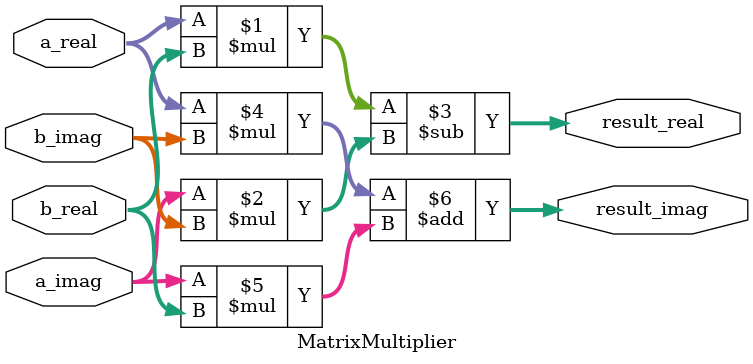
<source format=v>
module MatrixMultiplier(
  input [7:0] a_real, // Real part of matrix A
  input [7:0] a_imag, // Imaginary part of matrix A
  input [7:0] b_real, // Real part of matrix B
  input [7:0] b_imag, // Imaginary part of matrix B
  output [15:0] result_real, // Real part of the result
  output [15:0] result_imag // Imaginary part of the result
);

  assign result_real = (a_real * b_real) - (a_imag * b_imag);
  assign result_imag = (a_real * b_imag) + (a_imag * b_real);

endmodule

</source>
